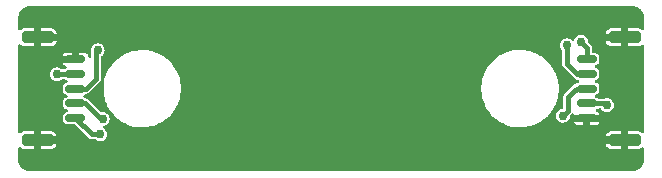
<source format=gbr>
%TF.GenerationSoftware,KiCad,Pcbnew,(6.0.0)*%
%TF.CreationDate,2022-08-06T01:30:50-04:00*%
%TF.ProjectId,port PWR extention,706f7274-2050-4575-9220-657874656e74,rev?*%
%TF.SameCoordinates,Original*%
%TF.FileFunction,Copper,L2,Bot*%
%TF.FilePolarity,Positive*%
%FSLAX46Y46*%
G04 Gerber Fmt 4.6, Leading zero omitted, Abs format (unit mm)*
G04 Created by KiCad (PCBNEW (6.0.0)) date 2022-08-06 01:30:50*
%MOMM*%
%LPD*%
G01*
G04 APERTURE LIST*
G04 Aperture macros list*
%AMRoundRect*
0 Rectangle with rounded corners*
0 $1 Rounding radius*
0 $2 $3 $4 $5 $6 $7 $8 $9 X,Y pos of 4 corners*
0 Add a 4 corners polygon primitive as box body*
4,1,4,$2,$3,$4,$5,$6,$7,$8,$9,$2,$3,0*
0 Add four circle primitives for the rounded corners*
1,1,$1+$1,$2,$3*
1,1,$1+$1,$4,$5*
1,1,$1+$1,$6,$7*
1,1,$1+$1,$8,$9*
0 Add four rect primitives between the rounded corners*
20,1,$1+$1,$2,$3,$4,$5,0*
20,1,$1+$1,$4,$5,$6,$7,0*
20,1,$1+$1,$6,$7,$8,$9,0*
20,1,$1+$1,$8,$9,$2,$3,0*%
G04 Aperture macros list end*
%TA.AperFunction,SMDPad,CuDef*%
%ADD10RoundRect,0.150000X0.700000X-0.150000X0.700000X0.150000X-0.700000X0.150000X-0.700000X-0.150000X0*%
%TD*%
%TA.AperFunction,SMDPad,CuDef*%
%ADD11RoundRect,0.250000X1.100000X-0.250000X1.100000X0.250000X-1.100000X0.250000X-1.100000X-0.250000X0*%
%TD*%
%TA.AperFunction,SMDPad,CuDef*%
%ADD12RoundRect,0.150000X-0.700000X0.150000X-0.700000X-0.150000X0.700000X-0.150000X0.700000X0.150000X0*%
%TD*%
%TA.AperFunction,SMDPad,CuDef*%
%ADD13RoundRect,0.250000X-1.100000X0.250000X-1.100000X-0.250000X1.100000X-0.250000X1.100000X0.250000X0*%
%TD*%
%TA.AperFunction,ViaPad*%
%ADD14C,0.756412*%
%TD*%
%TA.AperFunction,ViaPad*%
%ADD15C,0.800000*%
%TD*%
%TA.AperFunction,Conductor*%
%ADD16C,0.406400*%
%TD*%
G04 APERTURE END LIST*
D10*
%TO.P,J6,1,Pin_1*%
%TO.N,pw1*%
X25350000Y-28500000D03*
%TO.P,J6,2,Pin_2*%
%TO.N,pw2*%
X25350000Y-27250000D03*
%TO.P,J6,3,Pin_3*%
%TO.N,pw3*%
X25350000Y-26000000D03*
%TO.P,J6,4,Pin_4*%
%TO.N,pw4*%
X25350000Y-24750000D03*
%TO.P,J6,5,Pin_5*%
%TO.N,GNDREF*%
X25350000Y-23500000D03*
D11*
%TO.P,J6,MP,MountPin*%
X22150000Y-21650000D03*
X22150000Y-30350000D03*
%TD*%
D12*
%TO.P,J5,1,Pin_1*%
%TO.N,pw5*%
X68650000Y-23500000D03*
%TO.P,J5,2,Pin_2*%
%TO.N,pw6*%
X68650000Y-24750000D03*
%TO.P,J5,3,Pin_3*%
%TO.N,pw7*%
X68650000Y-26000000D03*
%TO.P,J5,4,Pin_4*%
%TO.N,pw8*%
X68650000Y-27250000D03*
%TO.P,J5,5,Pin_5*%
%TO.N,GNDREF*%
X68650000Y-28500000D03*
D13*
%TO.P,J5,MP,MountPin*%
X71850000Y-21650000D03*
X71850000Y-30350000D03*
%TD*%
D14*
%TO.N,pw1*%
X27445000Y-29870000D03*
%TO.N,pw2*%
X27650000Y-28560000D03*
%TO.N,pw3*%
X27235000Y-22760000D03*
%TO.N,pw4*%
X23770000Y-24785000D03*
D15*
%TO.N,GNDREF*%
X41000000Y-23500000D03*
X41000000Y-28500000D03*
X72000000Y-24000000D03*
X53000000Y-23500000D03*
X22000000Y-28000000D03*
X72000000Y-28000000D03*
X22000000Y-24000000D03*
X53000000Y-26000000D03*
X41000000Y-26000000D03*
X53000000Y-28500000D03*
D14*
%TO.N,pw5*%
X68145000Y-22015000D03*
%TO.N,pw6*%
X66950000Y-22325000D03*
%TO.N,pw7*%
X66615000Y-28290000D03*
%TO.N,pw8*%
X70345000Y-27385000D03*
%TD*%
D16*
%TO.N,pw1*%
X26720000Y-29870000D02*
X25350000Y-28500000D01*
X27445000Y-29870000D02*
X26720000Y-29870000D01*
%TO.N,pw2*%
X26185000Y-27250000D02*
X25350000Y-27250000D01*
X27495000Y-28560000D02*
X26185000Y-27250000D01*
X27650000Y-28560000D02*
X27495000Y-28560000D01*
%TO.N,pw3*%
X27110000Y-23610000D02*
X27110000Y-22885000D01*
X25350000Y-26000000D02*
X26255000Y-26000000D01*
X26255000Y-26000000D02*
X26910000Y-25345000D01*
X27110000Y-22885000D02*
X27235000Y-22760000D01*
X26910000Y-25345000D02*
X27110000Y-25145000D01*
X27110000Y-25145000D02*
X27110000Y-23610000D01*
%TO.N,pw4*%
X25350000Y-24750000D02*
X23805000Y-24750000D01*
X23805000Y-24750000D02*
X23770000Y-24785000D01*
%TO.N,pw5*%
X68650000Y-22520000D02*
X68650000Y-23500000D01*
X68145000Y-22015000D02*
X68650000Y-22520000D01*
%TO.N,pw6*%
X68650000Y-24750000D02*
X67825000Y-24750000D01*
X67825000Y-24750000D02*
X67005000Y-23930000D01*
X67005000Y-23930000D02*
X66950000Y-23875000D01*
X66950000Y-23875000D02*
X66950000Y-22325000D01*
%TO.N,pw7*%
X67780000Y-26000000D02*
X67585000Y-26195000D01*
X67055000Y-27670000D02*
X67055000Y-27850000D01*
X67055000Y-26725000D02*
X67055000Y-26970000D01*
X67585000Y-26195000D02*
X67055000Y-26725000D01*
X68650000Y-26000000D02*
X67780000Y-26000000D01*
X67055000Y-27850000D02*
X66615000Y-28290000D01*
X67055000Y-26970000D02*
X67055000Y-27670000D01*
%TO.N,pw8*%
X70210000Y-27250000D02*
X70345000Y-27385000D01*
X68650000Y-27250000D02*
X70210000Y-27250000D01*
%TD*%
%TA.AperFunction,Conductor*%
%TO.N,GNDREF*%
G36*
X72506518Y-19000606D02*
G01*
X72683067Y-19017991D01*
X72707281Y-19022806D01*
X72780542Y-19045024D01*
X72871091Y-19072486D01*
X72893906Y-19081934D01*
X73044878Y-19162608D01*
X73065412Y-19176324D01*
X73120956Y-19221892D01*
X73197754Y-19284898D01*
X73215213Y-19302351D01*
X73323836Y-19434655D01*
X73337558Y-19455180D01*
X73418287Y-19606122D01*
X73427744Y-19628935D01*
X73477482Y-19792727D01*
X73482307Y-19816945D01*
X73499755Y-19993477D01*
X73500366Y-20005824D01*
X73500703Y-20930905D01*
X73480726Y-20999033D01*
X73427087Y-21045546D01*
X73356817Y-21055675D01*
X73299138Y-21031777D01*
X73201704Y-20958754D01*
X73186118Y-20950222D01*
X73066735Y-20905467D01*
X73051490Y-20901842D01*
X73001108Y-20896369D01*
X72994294Y-20896000D01*
X72172915Y-20896000D01*
X72157676Y-20900475D01*
X72156471Y-20901865D01*
X72154800Y-20909548D01*
X72154800Y-22385884D01*
X72159275Y-22401123D01*
X72160665Y-22402328D01*
X72168348Y-22403999D01*
X72994292Y-22403999D01*
X73001110Y-22403630D01*
X73051482Y-22398159D01*
X73066741Y-22394530D01*
X73186118Y-22349778D01*
X73201704Y-22341246D01*
X73299662Y-22267830D01*
X73366168Y-22242982D01*
X73435551Y-22258035D01*
X73485781Y-22308209D01*
X73501227Y-22368608D01*
X73503862Y-29605467D01*
X73503872Y-29633280D01*
X73483895Y-29701408D01*
X73430256Y-29747921D01*
X73359986Y-29758050D01*
X73302307Y-29734152D01*
X73201704Y-29658754D01*
X73186118Y-29650222D01*
X73066735Y-29605467D01*
X73051490Y-29601842D01*
X73001108Y-29596369D01*
X72994294Y-29596000D01*
X72172915Y-29596000D01*
X72157676Y-29600475D01*
X72156471Y-29601865D01*
X72154800Y-29609548D01*
X72154800Y-31085884D01*
X72159275Y-31101123D01*
X72160665Y-31102328D01*
X72168348Y-31103999D01*
X72994292Y-31103999D01*
X73001110Y-31103630D01*
X73051482Y-31098159D01*
X73066741Y-31094530D01*
X73186118Y-31049778D01*
X73201704Y-31041245D01*
X73302829Y-30965457D01*
X73369336Y-30940609D01*
X73438718Y-30955662D01*
X73488948Y-31005837D01*
X73504394Y-31066236D01*
X73504728Y-31983724D01*
X73504126Y-31996076D01*
X73486794Y-32172685D01*
X73481983Y-32196915D01*
X73432330Y-32360795D01*
X73422886Y-32383615D01*
X73342209Y-32534663D01*
X73328498Y-32555197D01*
X73264997Y-32632618D01*
X73219903Y-32687597D01*
X73202441Y-32705069D01*
X73070105Y-32813734D01*
X73049568Y-32827464D01*
X72898570Y-32908221D01*
X72875750Y-32917679D01*
X72711905Y-32967421D01*
X72687678Y-32972246D01*
X72651795Y-32975787D01*
X72511078Y-32989675D01*
X72498727Y-32990284D01*
X31906351Y-32997942D01*
X21507189Y-32999904D01*
X21494838Y-32999299D01*
X21388744Y-32988864D01*
X21318147Y-32981920D01*
X21293908Y-32977100D01*
X21261998Y-32967421D01*
X21129972Y-32927375D01*
X21107143Y-32917918D01*
X20956061Y-32837144D01*
X20935517Y-32823412D01*
X20933324Y-32821611D01*
X20803115Y-32714707D01*
X20785644Y-32697227D01*
X20677004Y-32564762D01*
X20663281Y-32544208D01*
X20582589Y-32393087D01*
X20573143Y-32370249D01*
X20523504Y-32206290D01*
X20518697Y-32182048D01*
X20501412Y-32005360D01*
X20500813Y-31993002D01*
X20500816Y-31989919D01*
X20501472Y-31070588D01*
X20521523Y-31002483D01*
X20575212Y-30956028D01*
X20645493Y-30945974D01*
X20703037Y-30969853D01*
X20798296Y-31041246D01*
X20813882Y-31049778D01*
X20933265Y-31094533D01*
X20948510Y-31098158D01*
X20998892Y-31103631D01*
X21005706Y-31104000D01*
X21827085Y-31104000D01*
X21842324Y-31099525D01*
X21843529Y-31098135D01*
X21845200Y-31090452D01*
X21845200Y-31085884D01*
X22454800Y-31085884D01*
X22459275Y-31101123D01*
X22460665Y-31102328D01*
X22468348Y-31103999D01*
X23294292Y-31103999D01*
X23301110Y-31103630D01*
X23351482Y-31098159D01*
X23366741Y-31094530D01*
X23486118Y-31049778D01*
X23501704Y-31041246D01*
X23602867Y-30965428D01*
X23615428Y-30952867D01*
X23691246Y-30851704D01*
X23699778Y-30836118D01*
X23744533Y-30716735D01*
X23748158Y-30701489D01*
X23751273Y-30672811D01*
X23751075Y-30671707D01*
X70248607Y-30671707D01*
X70251841Y-30701482D01*
X70255470Y-30716741D01*
X70300222Y-30836118D01*
X70308754Y-30851704D01*
X70384572Y-30952867D01*
X70397133Y-30965428D01*
X70498296Y-31041246D01*
X70513882Y-31049778D01*
X70633265Y-31094533D01*
X70648510Y-31098158D01*
X70698892Y-31103631D01*
X70705706Y-31104000D01*
X71527085Y-31104000D01*
X71542324Y-31099525D01*
X71543529Y-31098135D01*
X71545200Y-31090452D01*
X71545200Y-30672915D01*
X71540725Y-30657676D01*
X71539335Y-30656471D01*
X71531652Y-30654800D01*
X70264886Y-30654800D01*
X70250663Y-30658976D01*
X70248607Y-30671707D01*
X23751075Y-30671707D01*
X23748657Y-30658219D01*
X23736223Y-30654800D01*
X22472915Y-30654800D01*
X22457676Y-30659275D01*
X22456471Y-30660665D01*
X22454800Y-30668348D01*
X22454800Y-31085884D01*
X21845200Y-31085884D01*
X21845200Y-30027085D01*
X22454800Y-30027085D01*
X22459275Y-30042324D01*
X22460665Y-30043529D01*
X22468348Y-30045200D01*
X23735114Y-30045200D01*
X23749337Y-30041024D01*
X23751393Y-30028293D01*
X23748159Y-29998518D01*
X23744530Y-29983259D01*
X23699778Y-29863882D01*
X23691246Y-29848296D01*
X23615428Y-29747133D01*
X23602867Y-29734572D01*
X23501704Y-29658754D01*
X23486118Y-29650222D01*
X23366735Y-29605467D01*
X23351490Y-29601842D01*
X23301108Y-29596369D01*
X23294294Y-29596000D01*
X22472915Y-29596000D01*
X22457676Y-29600475D01*
X22456471Y-29601865D01*
X22454800Y-29609548D01*
X22454800Y-30027085D01*
X21845200Y-30027085D01*
X21845200Y-29614116D01*
X21840725Y-29598877D01*
X21839335Y-29597672D01*
X21831652Y-29596001D01*
X21005708Y-29596001D01*
X20998890Y-29596370D01*
X20948518Y-29601841D01*
X20933259Y-29605470D01*
X20813882Y-29650222D01*
X20798296Y-29658754D01*
X20704067Y-29729375D01*
X20637560Y-29754223D01*
X20568178Y-29739170D01*
X20517948Y-29688996D01*
X20502502Y-29628459D01*
X20502513Y-29614116D01*
X20505962Y-24785000D01*
X23183073Y-24785000D01*
X23203072Y-24936908D01*
X23261706Y-25078463D01*
X23354980Y-25200020D01*
X23361530Y-25205046D01*
X23361533Y-25205049D01*
X23469983Y-25288266D01*
X23476536Y-25293294D01*
X23507738Y-25306218D01*
X23610462Y-25348768D01*
X23610465Y-25348769D01*
X23618092Y-25351928D01*
X23770000Y-25371927D01*
X23778188Y-25370849D01*
X23913720Y-25353006D01*
X23921908Y-25351928D01*
X23929535Y-25348769D01*
X23929538Y-25348768D01*
X24032262Y-25306218D01*
X24063464Y-25293294D01*
X24079304Y-25281140D01*
X24134024Y-25239151D01*
X24185020Y-25200020D01*
X24189847Y-25193729D01*
X24252027Y-25159779D01*
X24278807Y-25156900D01*
X24355261Y-25156900D01*
X24428431Y-25180322D01*
X24434393Y-25184575D01*
X24441765Y-25191934D01*
X24547555Y-25243646D01*
X24557232Y-25245058D01*
X24557233Y-25245058D01*
X24572231Y-25247246D01*
X24593409Y-25250335D01*
X24657929Y-25279960D01*
X24696190Y-25339765D01*
X24696044Y-25410761D01*
X24657538Y-25470409D01*
X24593569Y-25499672D01*
X24556643Y-25505107D01*
X24556642Y-25505107D01*
X24546955Y-25506533D01*
X24441256Y-25558429D01*
X24433899Y-25565799D01*
X24433898Y-25565800D01*
X24366886Y-25632930D01*
X24358066Y-25641765D01*
X24306354Y-25747555D01*
X24296300Y-25816473D01*
X24296301Y-26183526D01*
X24306533Y-26253045D01*
X24358429Y-26358744D01*
X24365800Y-26366102D01*
X24406670Y-26406900D01*
X24441765Y-26441934D01*
X24547555Y-26493646D01*
X24557232Y-26495058D01*
X24557233Y-26495058D01*
X24572231Y-26497246D01*
X24593409Y-26500335D01*
X24657929Y-26529960D01*
X24696190Y-26589765D01*
X24696044Y-26660761D01*
X24657538Y-26720409D01*
X24593569Y-26749672D01*
X24556643Y-26755107D01*
X24556642Y-26755107D01*
X24546955Y-26756533D01*
X24441256Y-26808429D01*
X24421334Y-26828386D01*
X24366886Y-26882930D01*
X24358066Y-26891765D01*
X24306354Y-26997555D01*
X24296300Y-27066473D01*
X24296301Y-27433526D01*
X24306533Y-27503045D01*
X24358429Y-27608744D01*
X24365800Y-27616102D01*
X24406670Y-27656900D01*
X24441765Y-27691934D01*
X24451118Y-27696506D01*
X24476019Y-27708678D01*
X24547555Y-27743646D01*
X24557232Y-27745058D01*
X24557233Y-27745058D01*
X24572231Y-27747246D01*
X24593409Y-27750335D01*
X24657929Y-27779960D01*
X24696190Y-27839765D01*
X24696044Y-27910761D01*
X24657538Y-27970409D01*
X24593569Y-27999672D01*
X24556643Y-28005107D01*
X24556642Y-28005107D01*
X24546955Y-28006533D01*
X24441256Y-28058429D01*
X24358066Y-28141765D01*
X24306354Y-28247555D01*
X24304943Y-28257230D01*
X24304942Y-28257232D01*
X24302472Y-28274167D01*
X24296300Y-28316473D01*
X24296301Y-28683526D01*
X24296972Y-28688084D01*
X24296972Y-28688086D01*
X24300205Y-28710049D01*
X24306533Y-28753045D01*
X24358429Y-28858744D01*
X24365800Y-28866102D01*
X24419793Y-28920000D01*
X24441765Y-28941934D01*
X24547555Y-28993646D01*
X24557230Y-28995057D01*
X24557232Y-28995058D01*
X24611946Y-29003040D01*
X24611952Y-29003040D01*
X24616473Y-29003700D01*
X25226067Y-29003700D01*
X25294188Y-29023702D01*
X25315162Y-29040605D01*
X26477849Y-30203292D01*
X26497904Y-30213510D01*
X26514759Y-30223840D01*
X26532968Y-30237070D01*
X26542401Y-30240135D01*
X26542403Y-30240136D01*
X26554380Y-30244028D01*
X26572641Y-30251592D01*
X26592694Y-30261809D01*
X26602487Y-30263360D01*
X26614926Y-30265330D01*
X26634152Y-30269946D01*
X26655554Y-30276900D01*
X26976627Y-30276900D01*
X27044748Y-30296902D01*
X27053331Y-30302938D01*
X27151536Y-30378294D01*
X27222314Y-30407611D01*
X27285462Y-30433768D01*
X27285465Y-30433769D01*
X27293092Y-30436928D01*
X27445000Y-30456927D01*
X27453188Y-30455849D01*
X27588720Y-30438006D01*
X27596908Y-30436928D01*
X27604535Y-30433769D01*
X27604538Y-30433768D01*
X27667686Y-30407611D01*
X27738464Y-30378294D01*
X27745017Y-30373266D01*
X27853467Y-30290049D01*
X27853470Y-30290046D01*
X27860020Y-30285020D01*
X27877831Y-30261809D01*
X27948267Y-30170014D01*
X27953294Y-30163463D01*
X28009741Y-30027189D01*
X70248727Y-30027189D01*
X70251343Y-30041781D01*
X70263777Y-30045200D01*
X71527085Y-30045200D01*
X71542324Y-30040725D01*
X71543529Y-30039335D01*
X71545200Y-30031652D01*
X71545200Y-29614116D01*
X71540725Y-29598877D01*
X71539335Y-29597672D01*
X71531652Y-29596001D01*
X70705708Y-29596001D01*
X70698890Y-29596370D01*
X70648518Y-29601841D01*
X70633259Y-29605470D01*
X70513882Y-29650222D01*
X70498296Y-29658754D01*
X70397133Y-29734572D01*
X70384572Y-29747133D01*
X70308754Y-29848296D01*
X70300222Y-29863882D01*
X70255467Y-29983265D01*
X70251842Y-29998511D01*
X70248727Y-30027189D01*
X28009741Y-30027189D01*
X28011928Y-30021908D01*
X28031927Y-29870000D01*
X28011928Y-29718092D01*
X27953294Y-29576537D01*
X27866251Y-29463100D01*
X27865047Y-29461531D01*
X27865046Y-29461530D01*
X27860020Y-29454980D01*
X27853470Y-29449954D01*
X27853467Y-29449951D01*
X27745020Y-29366736D01*
X27745017Y-29366734D01*
X27738464Y-29361706D01*
X27736755Y-29360998D01*
X27689812Y-29311766D01*
X27676375Y-29242053D01*
X27702762Y-29176142D01*
X27760594Y-29134959D01*
X27785357Y-29129107D01*
X27793720Y-29128006D01*
X27801908Y-29126928D01*
X27809535Y-29123769D01*
X27809538Y-29123768D01*
X27872686Y-29097611D01*
X27943464Y-29068294D01*
X27950017Y-29063266D01*
X28058467Y-28980049D01*
X28058470Y-28980046D01*
X28065020Y-28975020D01*
X28091877Y-28940020D01*
X28140289Y-28876927D01*
X28158294Y-28853463D01*
X28216928Y-28711908D01*
X28219061Y-28695710D01*
X28235849Y-28568188D01*
X28236927Y-28560000D01*
X28216928Y-28408092D01*
X28158294Y-28266537D01*
X28065020Y-28144980D01*
X28058470Y-28139954D01*
X28058467Y-28139951D01*
X27950017Y-28056734D01*
X27950015Y-28056733D01*
X27943464Y-28051706D01*
X27844312Y-28010636D01*
X27809538Y-27996232D01*
X27809535Y-27996231D01*
X27801908Y-27993072D01*
X27778468Y-27989986D01*
X27658188Y-27974151D01*
X27650000Y-27973073D01*
X27564487Y-27984331D01*
X27494340Y-27973392D01*
X27458947Y-27948504D01*
X26427151Y-26916708D01*
X26407096Y-26906490D01*
X26390241Y-26896160D01*
X26380057Y-26888761D01*
X26372032Y-26882930D01*
X26362599Y-26879865D01*
X26362597Y-26879864D01*
X26350620Y-26875972D01*
X26332358Y-26868408D01*
X26322158Y-26863211D01*
X26290341Y-26840116D01*
X26265604Y-26815422D01*
X26265603Y-26815422D01*
X26258235Y-26808066D01*
X26152445Y-26756354D01*
X26142768Y-26754942D01*
X26142767Y-26754942D01*
X26127769Y-26752754D01*
X26106591Y-26749665D01*
X26042071Y-26720040D01*
X26003810Y-26660235D01*
X26003956Y-26589239D01*
X26042462Y-26529591D01*
X26106431Y-26500328D01*
X26143357Y-26494893D01*
X26143358Y-26494893D01*
X26153045Y-26493467D01*
X26258744Y-26441571D01*
X26266102Y-26434200D01*
X26274571Y-26428137D01*
X26276416Y-26430715D01*
X26319522Y-26407134D01*
X26319446Y-26406900D01*
X26320687Y-26406497D01*
X26320688Y-26406496D01*
X26328453Y-26403973D01*
X26328455Y-26403973D01*
X26340848Y-26399946D01*
X26360074Y-26395330D01*
X26372513Y-26393360D01*
X26382306Y-26391809D01*
X26402359Y-26381592D01*
X26420620Y-26374028D01*
X26432597Y-26370136D01*
X26432599Y-26370135D01*
X26442032Y-26367070D01*
X26460241Y-26353840D01*
X26477096Y-26343510D01*
X26497151Y-26333292D01*
X26685443Y-26145000D01*
X27725000Y-26145000D01*
X27725300Y-26148248D01*
X27725300Y-26148253D01*
X27754618Y-26465859D01*
X27755000Y-26470000D01*
X27755538Y-26472868D01*
X27755539Y-26472877D01*
X27780779Y-26607487D01*
X27815000Y-26790000D01*
X27815799Y-26792798D01*
X27815802Y-26792809D01*
X27871792Y-26988771D01*
X27875000Y-27000000D01*
X27876037Y-27002678D01*
X27876038Y-27002682D01*
X27993742Y-27306749D01*
X27995000Y-27310000D01*
X28049702Y-27428917D01*
X28104313Y-27547636D01*
X28110000Y-27560000D01*
X28112549Y-27563898D01*
X28112552Y-27563904D01*
X28215919Y-27721994D01*
X28280000Y-27820000D01*
X28281041Y-27821413D01*
X28281046Y-27821420D01*
X28369054Y-27940859D01*
X28420000Y-28010000D01*
X28575000Y-28210000D01*
X28577145Y-28212264D01*
X28577150Y-28212270D01*
X28738007Y-28382063D01*
X28755000Y-28400000D01*
X28773824Y-28416280D01*
X28937393Y-28557746D01*
X28937401Y-28557752D01*
X28940000Y-28560000D01*
X29230000Y-28760000D01*
X29316168Y-28809239D01*
X29507677Y-28918673D01*
X29507685Y-28918677D01*
X29510000Y-28920000D01*
X29512430Y-28921125D01*
X29768006Y-29039447D01*
X29780000Y-29045000D01*
X29783178Y-29046077D01*
X29783187Y-29046080D01*
X30087864Y-29149277D01*
X30087876Y-29149281D01*
X30090000Y-29150000D01*
X30320000Y-29210000D01*
X30322781Y-29210463D01*
X30322788Y-29210465D01*
X30459846Y-29233308D01*
X30530000Y-29245000D01*
X30750000Y-29270000D01*
X30995000Y-29280000D01*
X30998289Y-29279790D01*
X30998295Y-29279790D01*
X31228968Y-29265066D01*
X31228976Y-29265065D01*
X31230000Y-29265000D01*
X31273460Y-29260760D01*
X31432974Y-29245198D01*
X31432984Y-29245197D01*
X31435000Y-29245000D01*
X31437017Y-29244670D01*
X31706665Y-29200546D01*
X31706670Y-29200545D01*
X31710000Y-29200000D01*
X31902390Y-29146927D01*
X31997475Y-29120697D01*
X31997485Y-29120694D01*
X32000000Y-29120000D01*
X32140755Y-29068294D01*
X32242949Y-29030754D01*
X32242963Y-29030748D01*
X32245000Y-29030000D01*
X32254257Y-29025859D01*
X32433328Y-28945748D01*
X32435000Y-28945000D01*
X32695000Y-28810000D01*
X32698646Y-28807534D01*
X32773092Y-28757173D01*
X32865000Y-28695000D01*
X32866003Y-28694261D01*
X32866027Y-28694244D01*
X33052869Y-28556570D01*
X33055000Y-28555000D01*
X33255000Y-28380000D01*
X33400000Y-28225000D01*
X33453404Y-28165188D01*
X33523205Y-28087011D01*
X33523211Y-28087004D01*
X33525000Y-28085000D01*
X33629511Y-27945652D01*
X33630440Y-27944428D01*
X33777064Y-27753817D01*
X33777065Y-27753816D01*
X33780000Y-27750000D01*
X33783495Y-27743646D01*
X33889023Y-27551777D01*
X33889027Y-27551768D01*
X33890000Y-27550000D01*
X34005000Y-27305000D01*
X34100000Y-27065000D01*
X34170000Y-26835000D01*
X34210119Y-26651121D01*
X34229434Y-26562596D01*
X34229436Y-26562587D01*
X34230000Y-26560000D01*
X34242728Y-26462949D01*
X34269594Y-26258097D01*
X34269594Y-26258094D01*
X34270000Y-26255000D01*
X34273567Y-26140859D01*
X59720109Y-26140859D01*
X59720409Y-26144107D01*
X59720409Y-26144112D01*
X59748323Y-26446506D01*
X59750109Y-26465859D01*
X59750647Y-26468727D01*
X59750648Y-26468736D01*
X59780833Y-26629719D01*
X59810109Y-26785859D01*
X59810908Y-26788657D01*
X59810911Y-26788668D01*
X59846208Y-26912205D01*
X59870109Y-26995859D01*
X59871146Y-26998537D01*
X59871147Y-26998541D01*
X59988851Y-27302608D01*
X59990109Y-27305859D01*
X60065040Y-27468753D01*
X60101570Y-27548165D01*
X60105109Y-27555859D01*
X60107658Y-27559757D01*
X60107661Y-27559763D01*
X60147799Y-27621150D01*
X60275109Y-27815859D01*
X60276150Y-27817272D01*
X60276155Y-27817279D01*
X60370473Y-27945281D01*
X60415109Y-28005859D01*
X60570109Y-28205859D01*
X60572254Y-28208123D01*
X60572259Y-28208129D01*
X60737039Y-28382063D01*
X60750109Y-28395859D01*
X60773721Y-28416280D01*
X60932502Y-28553605D01*
X60932510Y-28553611D01*
X60935109Y-28555859D01*
X61225109Y-28755859D01*
X61315540Y-28807534D01*
X61502786Y-28914532D01*
X61502794Y-28914536D01*
X61505109Y-28915859D01*
X61507539Y-28916984D01*
X61751654Y-29030000D01*
X61775109Y-29040859D01*
X61778287Y-29041936D01*
X61778296Y-29041939D01*
X62082973Y-29145136D01*
X62082985Y-29145140D01*
X62085109Y-29145859D01*
X62315109Y-29205859D01*
X62317890Y-29206322D01*
X62317897Y-29206324D01*
X62454955Y-29229167D01*
X62525109Y-29240859D01*
X62745109Y-29265859D01*
X62990109Y-29275859D01*
X62993398Y-29275649D01*
X62993404Y-29275649D01*
X63224077Y-29260925D01*
X63224085Y-29260924D01*
X63225109Y-29260859D01*
X63261763Y-29257283D01*
X63428083Y-29241057D01*
X63428093Y-29241056D01*
X63430109Y-29240859D01*
X63432126Y-29240529D01*
X63701774Y-29196405D01*
X63701779Y-29196404D01*
X63705109Y-29195859D01*
X63925872Y-29134959D01*
X63992584Y-29116556D01*
X63992594Y-29116553D01*
X63995109Y-29115859D01*
X64138279Y-29063266D01*
X64238058Y-29026613D01*
X64238072Y-29026607D01*
X64240109Y-29025859D01*
X64308959Y-28995058D01*
X64428437Y-28941607D01*
X64430109Y-28940859D01*
X64690109Y-28805859D01*
X64698286Y-28800328D01*
X64852938Y-28695710D01*
X64860109Y-28690859D01*
X64861112Y-28690120D01*
X64861136Y-28690103D01*
X65047978Y-28552429D01*
X65050109Y-28550859D01*
X65250109Y-28375859D01*
X65330429Y-28290000D01*
X66028073Y-28290000D01*
X66048072Y-28441908D01*
X66106706Y-28583463D01*
X66111733Y-28590014D01*
X66189659Y-28691569D01*
X66199980Y-28705020D01*
X66206530Y-28710046D01*
X66206533Y-28710049D01*
X66273343Y-28761314D01*
X66321536Y-28798294D01*
X66392314Y-28827611D01*
X66455462Y-28853768D01*
X66455465Y-28853769D01*
X66463092Y-28856928D01*
X66471280Y-28858006D01*
X66532776Y-28866102D01*
X66615000Y-28876927D01*
X66623188Y-28875849D01*
X66758720Y-28858006D01*
X66766908Y-28856928D01*
X66774535Y-28853769D01*
X66774538Y-28853768D01*
X66837686Y-28827611D01*
X66886651Y-28807329D01*
X67577111Y-28807329D01*
X67577717Y-28809239D01*
X67614583Y-28881593D01*
X67626094Y-28897436D01*
X67702564Y-28973906D01*
X67718407Y-28985417D01*
X67814768Y-29034515D01*
X67833392Y-29040567D01*
X67913315Y-29053225D01*
X67923158Y-29054000D01*
X68331885Y-29054000D01*
X68347124Y-29049525D01*
X68348329Y-29048135D01*
X68350000Y-29040452D01*
X68350000Y-29035884D01*
X68950000Y-29035884D01*
X68954475Y-29051123D01*
X68955865Y-29052328D01*
X68963548Y-29053999D01*
X69376840Y-29053999D01*
X69386687Y-29053224D01*
X69466607Y-29040567D01*
X69485233Y-29034515D01*
X69581593Y-28985417D01*
X69597436Y-28973906D01*
X69673906Y-28897436D01*
X69685417Y-28881593D01*
X69718767Y-28816140D01*
X69721370Y-28802282D01*
X69718597Y-28800328D01*
X69716621Y-28800000D01*
X68968115Y-28800000D01*
X68952876Y-28804475D01*
X68951671Y-28805865D01*
X68950000Y-28813548D01*
X68950000Y-29035884D01*
X68350000Y-29035884D01*
X68350000Y-28818115D01*
X68345525Y-28802876D01*
X68344135Y-28801671D01*
X68336452Y-28800000D01*
X67591124Y-28800000D01*
X67577593Y-28803973D01*
X67577111Y-28807329D01*
X66886651Y-28807329D01*
X66908464Y-28798294D01*
X66956657Y-28761314D01*
X67023467Y-28710049D01*
X67023470Y-28710046D01*
X67030020Y-28705020D01*
X67040342Y-28691569D01*
X67118267Y-28590014D01*
X67123294Y-28583463D01*
X67181928Y-28441908D01*
X67198086Y-28319179D01*
X67226807Y-28254253D01*
X67233912Y-28246531D01*
X67358908Y-28121535D01*
X67421220Y-28087509D01*
X67492035Y-28092574D01*
X67548871Y-28135121D01*
X67560651Y-28166705D01*
X67564388Y-28165188D01*
X67577175Y-28196692D01*
X67581403Y-28199672D01*
X67583379Y-28200000D01*
X69708876Y-28200000D01*
X69722407Y-28196027D01*
X69722889Y-28192671D01*
X69722283Y-28190761D01*
X69685417Y-28118407D01*
X69673906Y-28102564D01*
X69597436Y-28026094D01*
X69581593Y-28014583D01*
X69476399Y-27960984D01*
X69477523Y-27958779D01*
X69430624Y-27926710D01*
X69402988Y-27861313D01*
X69415095Y-27791356D01*
X69463102Y-27739050D01*
X69472636Y-27733848D01*
X69549396Y-27696161D01*
X69549397Y-27696160D01*
X69558744Y-27691571D01*
X69566100Y-27684202D01*
X69571342Y-27680449D01*
X69644689Y-27656900D01*
X69758023Y-27656900D01*
X69826144Y-27676902D01*
X69857985Y-27706196D01*
X69924949Y-27793465D01*
X69924953Y-27793469D01*
X69929980Y-27800020D01*
X69936530Y-27805046D01*
X69936533Y-27805049D01*
X70044983Y-27888266D01*
X70051536Y-27893294D01*
X70102602Y-27914446D01*
X70185462Y-27948768D01*
X70185465Y-27948769D01*
X70193092Y-27951928D01*
X70201280Y-27953006D01*
X70225374Y-27956178D01*
X70345000Y-27971927D01*
X70353188Y-27970849D01*
X70488720Y-27953006D01*
X70496908Y-27951928D01*
X70504535Y-27948769D01*
X70504538Y-27948768D01*
X70587398Y-27914446D01*
X70638464Y-27893294D01*
X70645017Y-27888266D01*
X70753467Y-27805049D01*
X70753470Y-27805046D01*
X70760020Y-27800020D01*
X70770216Y-27786733D01*
X70810891Y-27733724D01*
X70853294Y-27678463D01*
X70911928Y-27536908D01*
X70931927Y-27385000D01*
X70911928Y-27233092D01*
X70853294Y-27091537D01*
X70806657Y-27030758D01*
X70765047Y-26976531D01*
X70765046Y-26976530D01*
X70760020Y-26969980D01*
X70753470Y-26964954D01*
X70753467Y-26964951D01*
X70645017Y-26881734D01*
X70645015Y-26881733D01*
X70638464Y-26876706D01*
X70567686Y-26847389D01*
X70504538Y-26821232D01*
X70504535Y-26821231D01*
X70496908Y-26818072D01*
X70479651Y-26815800D01*
X70386177Y-26803494D01*
X70345000Y-26798073D01*
X70303823Y-26803494D01*
X70210350Y-26815800D01*
X70193092Y-26818072D01*
X70162222Y-26830859D01*
X70155824Y-26833509D01*
X70107606Y-26843100D01*
X69644739Y-26843100D01*
X69571569Y-26819678D01*
X69565607Y-26815425D01*
X69558235Y-26808066D01*
X69452445Y-26756354D01*
X69442768Y-26754942D01*
X69442767Y-26754942D01*
X69427769Y-26752754D01*
X69406591Y-26749665D01*
X69342071Y-26720040D01*
X69303810Y-26660235D01*
X69303956Y-26589239D01*
X69342462Y-26529591D01*
X69406431Y-26500328D01*
X69443357Y-26494893D01*
X69443358Y-26494893D01*
X69453045Y-26493467D01*
X69558744Y-26441571D01*
X69630054Y-26370136D01*
X69634578Y-26365604D01*
X69641934Y-26358235D01*
X69693646Y-26252445D01*
X69703700Y-26183527D01*
X69703699Y-25816474D01*
X69693467Y-25746955D01*
X69641571Y-25641256D01*
X69558235Y-25558066D01*
X69452445Y-25506354D01*
X69442768Y-25504942D01*
X69442767Y-25504942D01*
X69427769Y-25502754D01*
X69406591Y-25499665D01*
X69342071Y-25470040D01*
X69303810Y-25410235D01*
X69303956Y-25339239D01*
X69342462Y-25279591D01*
X69406431Y-25250328D01*
X69443357Y-25244893D01*
X69443358Y-25244893D01*
X69453045Y-25243467D01*
X69558744Y-25191571D01*
X69623112Y-25127090D01*
X69634578Y-25115604D01*
X69641934Y-25108235D01*
X69693646Y-25002445D01*
X69695488Y-24989819D01*
X69703040Y-24938054D01*
X69703040Y-24938048D01*
X69703700Y-24933527D01*
X69703699Y-24566474D01*
X69693467Y-24496955D01*
X69641571Y-24391256D01*
X69600583Y-24350340D01*
X69565604Y-24315422D01*
X69558235Y-24308066D01*
X69452445Y-24256354D01*
X69442768Y-24254942D01*
X69442767Y-24254942D01*
X69427769Y-24252754D01*
X69406591Y-24249665D01*
X69342071Y-24220040D01*
X69303810Y-24160235D01*
X69303956Y-24089239D01*
X69342462Y-24029591D01*
X69406431Y-24000328D01*
X69443357Y-23994893D01*
X69443358Y-23994893D01*
X69453045Y-23993467D01*
X69558744Y-23941571D01*
X69641934Y-23858235D01*
X69693646Y-23752445D01*
X69695058Y-23742768D01*
X69703040Y-23688054D01*
X69703040Y-23688048D01*
X69703700Y-23683527D01*
X69703699Y-23316474D01*
X69693467Y-23246955D01*
X69641571Y-23141256D01*
X69558235Y-23058066D01*
X69548819Y-23053463D01*
X69492828Y-23026094D01*
X69452445Y-23006354D01*
X69442770Y-23004943D01*
X69442768Y-23004942D01*
X69388054Y-22996960D01*
X69388048Y-22996960D01*
X69383527Y-22996300D01*
X69182900Y-22996300D01*
X69114779Y-22976298D01*
X69068286Y-22922642D01*
X69056900Y-22870300D01*
X69056900Y-22455554D01*
X69049946Y-22434152D01*
X69045330Y-22414926D01*
X69043360Y-22402487D01*
X69041809Y-22392694D01*
X69031592Y-22372641D01*
X69024028Y-22354380D01*
X69020136Y-22342403D01*
X69020135Y-22342401D01*
X69017070Y-22332968D01*
X69003840Y-22314759D01*
X68993508Y-22297900D01*
X68987795Y-22286687D01*
X68983292Y-22277849D01*
X68763912Y-22058469D01*
X68729886Y-21996157D01*
X68728085Y-21985820D01*
X68726373Y-21972811D01*
X68726228Y-21971707D01*
X70248607Y-21971707D01*
X70251841Y-22001482D01*
X70255470Y-22016741D01*
X70300222Y-22136118D01*
X70308754Y-22151704D01*
X70384572Y-22252867D01*
X70397133Y-22265428D01*
X70498296Y-22341246D01*
X70513882Y-22349778D01*
X70633265Y-22394533D01*
X70648510Y-22398158D01*
X70698892Y-22403631D01*
X70705706Y-22404000D01*
X71527085Y-22404000D01*
X71542324Y-22399525D01*
X71543529Y-22398135D01*
X71545200Y-22390452D01*
X71545200Y-21972915D01*
X71540725Y-21957676D01*
X71539335Y-21956471D01*
X71531652Y-21954800D01*
X70264886Y-21954800D01*
X70250663Y-21958976D01*
X70248607Y-21971707D01*
X68726228Y-21971707D01*
X68711928Y-21863092D01*
X68653294Y-21721537D01*
X68560020Y-21599980D01*
X68553470Y-21594954D01*
X68553467Y-21594951D01*
X68445017Y-21511734D01*
X68445015Y-21511733D01*
X68438464Y-21506706D01*
X68367686Y-21477389D01*
X68304538Y-21451232D01*
X68304535Y-21451231D01*
X68296908Y-21448072D01*
X68145000Y-21428073D01*
X67993092Y-21448072D01*
X67851537Y-21506706D01*
X67729980Y-21599980D01*
X67636706Y-21721537D01*
X67578072Y-21863092D01*
X67577950Y-21863041D01*
X67543233Y-21920001D01*
X67479373Y-21951024D01*
X67408878Y-21942597D01*
X67369704Y-21916084D01*
X67365020Y-21909980D01*
X67243464Y-21816706D01*
X67172686Y-21787389D01*
X67109538Y-21761232D01*
X67109535Y-21761231D01*
X67101908Y-21758072D01*
X66950000Y-21738073D01*
X66798092Y-21758072D01*
X66656537Y-21816706D01*
X66534980Y-21909980D01*
X66441706Y-22031537D01*
X66383072Y-22173092D01*
X66381994Y-22181280D01*
X66380442Y-22193072D01*
X66363073Y-22325000D01*
X66383072Y-22476908D01*
X66441706Y-22618463D01*
X66446734Y-22625016D01*
X66446736Y-22625019D01*
X66517062Y-22716670D01*
X66542663Y-22782890D01*
X66543100Y-22793374D01*
X66543100Y-23939446D01*
X66546165Y-23948879D01*
X66550054Y-23960848D01*
X66554670Y-23980074D01*
X66558191Y-24002306D01*
X66562692Y-24011139D01*
X66562692Y-24011140D01*
X66568408Y-24022358D01*
X66575972Y-24040620D01*
X66579864Y-24052597D01*
X66582930Y-24062032D01*
X66588761Y-24070057D01*
X66596160Y-24080241D01*
X66606490Y-24097096D01*
X66616708Y-24117151D01*
X67582849Y-25083292D01*
X67602904Y-25093510D01*
X67619759Y-25103840D01*
X67629942Y-25111239D01*
X67629944Y-25111240D01*
X67637968Y-25117070D01*
X67651951Y-25121613D01*
X67702033Y-25152272D01*
X67741765Y-25191934D01*
X67847555Y-25243646D01*
X67857232Y-25245058D01*
X67857233Y-25245058D01*
X67872231Y-25247246D01*
X67893409Y-25250335D01*
X67957929Y-25279960D01*
X67996190Y-25339765D01*
X67996044Y-25410761D01*
X67957538Y-25470409D01*
X67893569Y-25499672D01*
X67856643Y-25505107D01*
X67856642Y-25505107D01*
X67846955Y-25506533D01*
X67831354Y-25514193D01*
X67750604Y-25553839D01*
X67750603Y-25553840D01*
X67741256Y-25558429D01*
X67733901Y-25565797D01*
X67733898Y-25565799D01*
X67727849Y-25571859D01*
X67671613Y-25602629D01*
X67671920Y-25603575D01*
X67666909Y-25605203D01*
X67665566Y-25605938D01*
X67663382Y-25606349D01*
X67662486Y-25606640D01*
X67652694Y-25608191D01*
X67643861Y-25612692D01*
X67643860Y-25612692D01*
X67632642Y-25618408D01*
X67614380Y-25625972D01*
X67602403Y-25629864D01*
X67602401Y-25629865D01*
X67592968Y-25632930D01*
X67584943Y-25638761D01*
X67574759Y-25646160D01*
X67557904Y-25656490D01*
X67537849Y-25666708D01*
X66721708Y-26482849D01*
X66715572Y-26494893D01*
X66711492Y-26502900D01*
X66701160Y-26519759D01*
X66687930Y-26537968D01*
X66684865Y-26547401D01*
X66684864Y-26547403D01*
X66680972Y-26559380D01*
X66673408Y-26577641D01*
X66663191Y-26597694D01*
X66661640Y-26607487D01*
X66659670Y-26619926D01*
X66655054Y-26639152D01*
X66648100Y-26660554D01*
X66648100Y-27588216D01*
X66628098Y-27656337D01*
X66574442Y-27702830D01*
X66538547Y-27713138D01*
X66471280Y-27721994D01*
X66463092Y-27723072D01*
X66321537Y-27781706D01*
X66199980Y-27874980D01*
X66106706Y-27996537D01*
X66048072Y-28138092D01*
X66028073Y-28290000D01*
X65330429Y-28290000D01*
X65395109Y-28220859D01*
X65457378Y-28151118D01*
X65518314Y-28082870D01*
X65518320Y-28082863D01*
X65520109Y-28080859D01*
X65624620Y-27941511D01*
X65625549Y-27940287D01*
X65772173Y-27749676D01*
X65772174Y-27749675D01*
X65775109Y-27745859D01*
X65781715Y-27733848D01*
X65884132Y-27547636D01*
X65884136Y-27547627D01*
X65885109Y-27545859D01*
X66000109Y-27300859D01*
X66095109Y-27060859D01*
X66165109Y-26830859D01*
X66213845Y-26607487D01*
X66224543Y-26558455D01*
X66224545Y-26558446D01*
X66225109Y-26555859D01*
X66241521Y-26430715D01*
X66264703Y-26253956D01*
X66264703Y-26253953D01*
X66265109Y-26250859D01*
X66269295Y-26116902D01*
X66275020Y-25933721D01*
X66275020Y-25933711D01*
X66275109Y-25930859D01*
X66262809Y-25725859D01*
X66260230Y-25682874D01*
X66260230Y-25682871D01*
X66260109Y-25680859D01*
X66225109Y-25400859D01*
X66189391Y-25250335D01*
X66156013Y-25109667D01*
X66156011Y-25109661D01*
X66155109Y-25105859D01*
X66015109Y-24730859D01*
X65968931Y-24628007D01*
X65906090Y-24488043D01*
X65906085Y-24488034D01*
X65905109Y-24485859D01*
X65794171Y-24281733D01*
X65781713Y-24258810D01*
X65781711Y-24258807D01*
X65780109Y-24255859D01*
X65635109Y-24045859D01*
X65550375Y-23941571D01*
X65506398Y-23887445D01*
X65506392Y-23887438D01*
X65505109Y-23885859D01*
X65315109Y-23680859D01*
X65260072Y-23628879D01*
X65225091Y-23595842D01*
X65135109Y-23510859D01*
X65073728Y-23460000D01*
X64962751Y-23368048D01*
X64962750Y-23368047D01*
X64960109Y-23365859D01*
X64948354Y-23358106D01*
X64726536Y-23211800D01*
X64726530Y-23211796D01*
X64725109Y-23210859D01*
X64723656Y-23210008D01*
X64723644Y-23210001D01*
X64606204Y-23141256D01*
X64520109Y-23090859D01*
X64255109Y-22965859D01*
X64252132Y-22964805D01*
X64252128Y-22964803D01*
X64016618Y-22881393D01*
X64016603Y-22881388D01*
X64015109Y-22880859D01*
X64013595Y-22880409D01*
X64013580Y-22880404D01*
X63897661Y-22845942D01*
X63830109Y-22825859D01*
X63620109Y-22780859D01*
X63465109Y-22750859D01*
X63436591Y-22747759D01*
X63237846Y-22726156D01*
X63237835Y-22726155D01*
X63235109Y-22725859D01*
X62995109Y-22720859D01*
X62990109Y-22720859D01*
X62954175Y-22721695D01*
X62778362Y-22725783D01*
X62778355Y-22725784D01*
X62775109Y-22725859D01*
X62771882Y-22726269D01*
X62771879Y-22726269D01*
X62462155Y-22765599D01*
X62462149Y-22765600D01*
X62460109Y-22765859D01*
X62458087Y-22766250D01*
X62458083Y-22766251D01*
X62153533Y-22825196D01*
X62153528Y-22825197D01*
X62150109Y-22825859D01*
X61925109Y-22895859D01*
X61570109Y-23040859D01*
X61150109Y-23275859D01*
X60920109Y-23455859D01*
X60620109Y-23735859D01*
X60618063Y-23738184D01*
X60410628Y-23973906D01*
X60400109Y-23985859D01*
X60135109Y-24390859D01*
X60015109Y-24620859D01*
X60013917Y-24623859D01*
X60013914Y-24623866D01*
X59873844Y-24976457D01*
X59870109Y-24985859D01*
X59869104Y-24989815D01*
X59869103Y-24989819D01*
X59791228Y-25296454D01*
X59790109Y-25300859D01*
X59789677Y-25303452D01*
X59789676Y-25303456D01*
X59781418Y-25353006D01*
X59755109Y-25510859D01*
X59754999Y-25511649D01*
X59754994Y-25511680D01*
X59731668Y-25678853D01*
X59725109Y-25725859D01*
X59725061Y-25729837D01*
X59725061Y-25729838D01*
X59722605Y-25933721D01*
X59720109Y-26140859D01*
X34273567Y-26140859D01*
X34280000Y-25935000D01*
X34267690Y-25729838D01*
X34265121Y-25687015D01*
X34265121Y-25687012D01*
X34265000Y-25685000D01*
X34230000Y-25405000D01*
X34185836Y-25218879D01*
X34160904Y-25113808D01*
X34160902Y-25113802D01*
X34160000Y-25110000D01*
X34020000Y-24735000D01*
X34018141Y-24730859D01*
X33910981Y-24492184D01*
X33910976Y-24492175D01*
X33910000Y-24490000D01*
X33817365Y-24319551D01*
X33786604Y-24262951D01*
X33786602Y-24262948D01*
X33785000Y-24260000D01*
X33640000Y-24050000D01*
X33552196Y-23941934D01*
X33511289Y-23891586D01*
X33511283Y-23891579D01*
X33510000Y-23890000D01*
X33320000Y-23685000D01*
X33318441Y-23683527D01*
X33141483Y-23516401D01*
X33140000Y-23515000D01*
X33136694Y-23512260D01*
X32967642Y-23372189D01*
X32967641Y-23372188D01*
X32965000Y-23370000D01*
X32918396Y-23339261D01*
X32731427Y-23215941D01*
X32731421Y-23215937D01*
X32730000Y-23215000D01*
X32728547Y-23214149D01*
X32728535Y-23214142D01*
X32604890Y-23141765D01*
X32525000Y-23095000D01*
X32260000Y-22970000D01*
X32257023Y-22968946D01*
X32257019Y-22968944D01*
X32021509Y-22885534D01*
X32021494Y-22885529D01*
X32020000Y-22885000D01*
X32018486Y-22884550D01*
X32018471Y-22884545D01*
X31902552Y-22850083D01*
X31835000Y-22830000D01*
X31625000Y-22785000D01*
X31470000Y-22755000D01*
X31431903Y-22750859D01*
X31242737Y-22730297D01*
X31242726Y-22730296D01*
X31240000Y-22730000D01*
X31000000Y-22725000D01*
X30995000Y-22725000D01*
X30961331Y-22725783D01*
X30783253Y-22729924D01*
X30783246Y-22729925D01*
X30780000Y-22730000D01*
X30776773Y-22730410D01*
X30776770Y-22730410D01*
X30467046Y-22769740D01*
X30467040Y-22769741D01*
X30465000Y-22770000D01*
X30462978Y-22770391D01*
X30462974Y-22770392D01*
X30158424Y-22829337D01*
X30158419Y-22829338D01*
X30155000Y-22830000D01*
X29930000Y-22900000D01*
X29575000Y-23045000D01*
X29155000Y-23280000D01*
X28925000Y-23460000D01*
X28625000Y-23740000D01*
X28622954Y-23742325D01*
X28447618Y-23941571D01*
X28405000Y-23990000D01*
X28140000Y-24395000D01*
X28020000Y-24625000D01*
X28018808Y-24628000D01*
X28018805Y-24628007D01*
X27880380Y-24976457D01*
X27875000Y-24990000D01*
X27873995Y-24993956D01*
X27873994Y-24993960D01*
X27795967Y-25301194D01*
X27795000Y-25305000D01*
X27794568Y-25307593D01*
X27794567Y-25307597D01*
X27785959Y-25359246D01*
X27760000Y-25515000D01*
X27759890Y-25515790D01*
X27759885Y-25515821D01*
X27741078Y-25650605D01*
X27730000Y-25730000D01*
X27729952Y-25733978D01*
X27729952Y-25733979D01*
X27727496Y-25937862D01*
X27725000Y-26145000D01*
X26685443Y-26145000D01*
X27443292Y-25387151D01*
X27453510Y-25367096D01*
X27463840Y-25350241D01*
X27471239Y-25340057D01*
X27477070Y-25332032D01*
X27480136Y-25322597D01*
X27484028Y-25310620D01*
X27491592Y-25292358D01*
X27497308Y-25281140D01*
X27497308Y-25281139D01*
X27501809Y-25272306D01*
X27505330Y-25250074D01*
X27509946Y-25230848D01*
X27513835Y-25218879D01*
X27516900Y-25209446D01*
X27516900Y-23339303D01*
X27536902Y-23271182D01*
X27566196Y-23239341D01*
X27643467Y-23180049D01*
X27643470Y-23180046D01*
X27650020Y-23175020D01*
X27675538Y-23141765D01*
X27710333Y-23096419D01*
X27743294Y-23053463D01*
X27801928Y-22911908D01*
X27805471Y-22885000D01*
X27820849Y-22768188D01*
X27821927Y-22760000D01*
X27804392Y-22626807D01*
X27803006Y-22616280D01*
X27801928Y-22608092D01*
X27743294Y-22466537D01*
X27679854Y-22383860D01*
X27655047Y-22351531D01*
X27655046Y-22351530D01*
X27650020Y-22344980D01*
X27643470Y-22339954D01*
X27643467Y-22339951D01*
X27535017Y-22256734D01*
X27535015Y-22256733D01*
X27528464Y-22251706D01*
X27457686Y-22222389D01*
X27394538Y-22196232D01*
X27394535Y-22196231D01*
X27386908Y-22193072D01*
X27235000Y-22173073D01*
X27083092Y-22193072D01*
X26941537Y-22251706D01*
X26819980Y-22344980D01*
X26726706Y-22466537D01*
X26668072Y-22608092D01*
X26666994Y-22616280D01*
X26665608Y-22626807D01*
X26648073Y-22760000D01*
X26649151Y-22768188D01*
X26664530Y-22885000D01*
X26668072Y-22911908D01*
X26671232Y-22919537D01*
X26693509Y-22973318D01*
X26703100Y-23021536D01*
X26703100Y-23289985D01*
X26683098Y-23358106D01*
X26629442Y-23404599D01*
X26559168Y-23414703D01*
X26494588Y-23385209D01*
X26456204Y-23325483D01*
X26452651Y-23309694D01*
X26440567Y-23233394D01*
X26434515Y-23214767D01*
X26385417Y-23118407D01*
X26373906Y-23102564D01*
X26297436Y-23026094D01*
X26281593Y-23014583D01*
X26185232Y-22965485D01*
X26166608Y-22959433D01*
X26086685Y-22946775D01*
X26076842Y-22946000D01*
X25668115Y-22946000D01*
X25652876Y-22950475D01*
X25651671Y-22951865D01*
X25650000Y-22959548D01*
X25650000Y-23674000D01*
X25629998Y-23742121D01*
X25576342Y-23788614D01*
X25524000Y-23800000D01*
X24291124Y-23800000D01*
X24277593Y-23803973D01*
X24277111Y-23807329D01*
X24277717Y-23809239D01*
X24314583Y-23881593D01*
X24326094Y-23897436D01*
X24402564Y-23973906D01*
X24418407Y-23985417D01*
X24523601Y-24039016D01*
X24522477Y-24041221D01*
X24569376Y-24073290D01*
X24597012Y-24138687D01*
X24584905Y-24208644D01*
X24536898Y-24260950D01*
X24527364Y-24266152D01*
X24450604Y-24303839D01*
X24450603Y-24303840D01*
X24441256Y-24308429D01*
X24433900Y-24315798D01*
X24428658Y-24319551D01*
X24355311Y-24343100D01*
X24192761Y-24343100D01*
X24124640Y-24323098D01*
X24116070Y-24317072D01*
X24063464Y-24276706D01*
X23990057Y-24246300D01*
X23929538Y-24221232D01*
X23929535Y-24221231D01*
X23921908Y-24218072D01*
X23770000Y-24198073D01*
X23618092Y-24218072D01*
X23476537Y-24276706D01*
X23354980Y-24369980D01*
X23261706Y-24491537D01*
X23203072Y-24633092D01*
X23183073Y-24785000D01*
X20505962Y-24785000D01*
X20507095Y-23197718D01*
X24278630Y-23197718D01*
X24281403Y-23199672D01*
X24283379Y-23200000D01*
X25031885Y-23200000D01*
X25047124Y-23195525D01*
X25048329Y-23194135D01*
X25050000Y-23186452D01*
X25050000Y-22964116D01*
X25045525Y-22948877D01*
X25044135Y-22947672D01*
X25036452Y-22946001D01*
X24623160Y-22946001D01*
X24613313Y-22946776D01*
X24533393Y-22959433D01*
X24514767Y-22965485D01*
X24418407Y-23014583D01*
X24402564Y-23026094D01*
X24326094Y-23102564D01*
X24314583Y-23118407D01*
X24281233Y-23183860D01*
X24278630Y-23197718D01*
X20507095Y-23197718D01*
X20507239Y-22996300D01*
X20507683Y-22375244D01*
X20527734Y-22307138D01*
X20581423Y-22260683D01*
X20651704Y-22250629D01*
X20709248Y-22274508D01*
X20798296Y-22341246D01*
X20813882Y-22349778D01*
X20933265Y-22394533D01*
X20948510Y-22398158D01*
X20998892Y-22403631D01*
X21005706Y-22404000D01*
X21827085Y-22404000D01*
X21842324Y-22399525D01*
X21843529Y-22398135D01*
X21845200Y-22390452D01*
X21845200Y-22385884D01*
X22454800Y-22385884D01*
X22459275Y-22401123D01*
X22460665Y-22402328D01*
X22468348Y-22403999D01*
X23294292Y-22403999D01*
X23301110Y-22403630D01*
X23351482Y-22398159D01*
X23366741Y-22394530D01*
X23486118Y-22349778D01*
X23501704Y-22341246D01*
X23602867Y-22265428D01*
X23615428Y-22252867D01*
X23691246Y-22151704D01*
X23699778Y-22136118D01*
X23744533Y-22016735D01*
X23748158Y-22001489D01*
X23751273Y-21972811D01*
X23748657Y-21958219D01*
X23736223Y-21954800D01*
X22472915Y-21954800D01*
X22457676Y-21959275D01*
X22456471Y-21960665D01*
X22454800Y-21968348D01*
X22454800Y-22385884D01*
X21845200Y-22385884D01*
X21845200Y-21327085D01*
X22454800Y-21327085D01*
X22459275Y-21342324D01*
X22460665Y-21343529D01*
X22468348Y-21345200D01*
X23735114Y-21345200D01*
X23749337Y-21341024D01*
X23751393Y-21328293D01*
X23751273Y-21327189D01*
X70248727Y-21327189D01*
X70251343Y-21341781D01*
X70263777Y-21345200D01*
X71527085Y-21345200D01*
X71542324Y-21340725D01*
X71543529Y-21339335D01*
X71545200Y-21331652D01*
X71545200Y-20914116D01*
X71540725Y-20898877D01*
X71539335Y-20897672D01*
X71531652Y-20896001D01*
X70705708Y-20896001D01*
X70698890Y-20896370D01*
X70648518Y-20901841D01*
X70633259Y-20905470D01*
X70513882Y-20950222D01*
X70498296Y-20958754D01*
X70397133Y-21034572D01*
X70384572Y-21047133D01*
X70308754Y-21148296D01*
X70300222Y-21163882D01*
X70255467Y-21283265D01*
X70251842Y-21298511D01*
X70248727Y-21327189D01*
X23751273Y-21327189D01*
X23748159Y-21298518D01*
X23744530Y-21283259D01*
X23699778Y-21163882D01*
X23691246Y-21148296D01*
X23615428Y-21047133D01*
X23602867Y-21034572D01*
X23501704Y-20958754D01*
X23486118Y-20950222D01*
X23366735Y-20905467D01*
X23351490Y-20901842D01*
X23301108Y-20896369D01*
X23294294Y-20896000D01*
X22472915Y-20896000D01*
X22457676Y-20900475D01*
X22456471Y-20901865D01*
X22454800Y-20909548D01*
X22454800Y-21327085D01*
X21845200Y-21327085D01*
X21845200Y-20914116D01*
X21840725Y-20898877D01*
X21839335Y-20897672D01*
X21831652Y-20896001D01*
X21005708Y-20896001D01*
X20998890Y-20896370D01*
X20948518Y-20901841D01*
X20933259Y-20905470D01*
X20813882Y-20950222D01*
X20798296Y-20958754D01*
X20710285Y-21024715D01*
X20643778Y-21049563D01*
X20574396Y-21034510D01*
X20524166Y-20984336D01*
X20508720Y-20923799D01*
X20509376Y-20005473D01*
X20509991Y-19993129D01*
X20527493Y-19816640D01*
X20532325Y-19792428D01*
X20582098Y-19628690D01*
X20591558Y-19605886D01*
X20672305Y-19454997D01*
X20686031Y-19434474D01*
X20794654Y-19302225D01*
X20812118Y-19284774D01*
X20944442Y-19176247D01*
X20964973Y-19162537D01*
X21115921Y-19081897D01*
X21138732Y-19072453D01*
X21302504Y-19022797D01*
X21326720Y-19017982D01*
X21503224Y-19000606D01*
X21515568Y-19000000D01*
X72494171Y-19000000D01*
X72506518Y-19000606D01*
G37*
%TD.AperFunction*%
%TD*%
M02*

</source>
